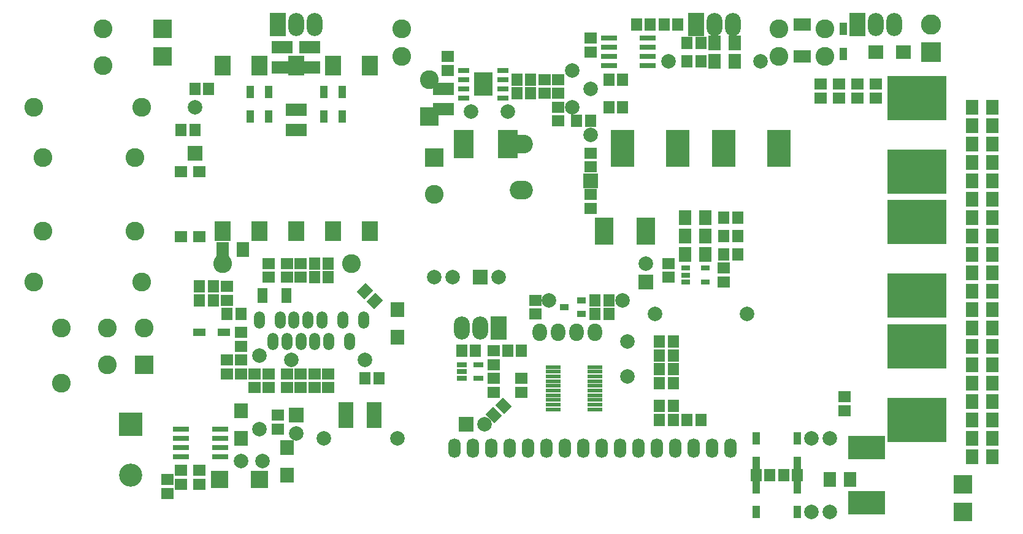
<source format=gbr>
G04 DipTrace 3.2.0.1*
G04 BottomMask.gbr*
%MOIN*%
G04 #@! TF.FileFunction,Soldermask,Bot*
G04 #@! TF.Part,Single*
%AMOUTLINE1*
4,1,4,
-0.044542,-0.002784,
0.002784,0.044542,
0.044542,0.002784,
-0.002784,-0.044542,
-0.044542,-0.002784,
0*%
%AMOUTLINE4*
4,1,4,
0.002784,-0.044542,
-0.044542,0.002784,
-0.002784,0.044542,
0.044542,-0.002784,
0.002784,-0.044542,
0*%
%ADD14C,0.07874*%
%ADD28R,0.094488X0.094488*%
%ADD45R,0.102362X0.102362*%
%ADD46C,0.102362*%
%ADD64R,0.07874X0.023622*%
%ADD75R,0.055118X0.031496*%
%ADD77R,0.086614X0.031496*%
%ADD78O,0.066929X0.106299*%
%ADD80R,0.051181X0.031496*%
%ADD82R,0.102362X0.129921*%
%ADD84R,0.059055X0.031496*%
%ADD86O,0.059055X0.094488*%
%ADD88R,0.204724X0.125984*%
%ADD90R,0.086614X0.110236*%
%ADD92R,0.055118X0.07874*%
%ADD94R,0.049213X0.033465*%
%ADD96O,0.07874X0.094488*%
%ADD98R,0.322835X0.244094*%
%ADD100R,0.125984X0.204724*%
%ADD102C,0.07874*%
%ADD104R,0.102362X0.145669*%
%ADD106O,0.125984X0.102362*%
%ADD108C,0.110236*%
%ADD109R,0.110236X0.110236*%
%ADD110R,0.093701X0.071654*%
%ADD112R,0.081496X0.073622*%
%ADD114R,0.03937X0.070866*%
%ADD116R,0.107874X0.157874*%
%ADD118R,0.070866X0.03937*%
%ADD120R,0.086614X0.125984*%
%ADD122O,0.086614X0.125984*%
%ADD124R,0.073622X0.081496*%
%ADD126R,0.07874X0.07874*%
%ADD127C,0.102362*%
%ADD130C,0.125984*%
%ADD132R,0.125984X0.125984*%
%ADD133R,0.114173X0.070866*%
%ADD135R,0.070866X0.07874*%
%ADD138R,0.082677X0.141732*%
%ADD140R,0.066929X0.059055*%
%ADD142R,0.059055X0.066929*%
%ADD148OUTLINE1*%
%ADD151OUTLINE4*%
%FSLAX26Y26*%
G04*
G70*
G90*
G75*
G01*
G04 BotMask*
%LPD*%
D148*
X2293701Y1718701D3*
X2346595Y1665807D3*
D142*
X3518701Y2643701D3*
X3443898D3*
D140*
X1768701Y1793701D3*
Y1868504D3*
D14*
X2868701Y2693701D3*
X3068701D3*
D138*
X2343701Y1043701D3*
X2190157D3*
D45*
X2643695Y2668708D3*
D46*
Y2868708D3*
D140*
X1543701Y1268701D3*
Y1343504D3*
D46*
X493701Y2718701D3*
X1081199D3*
X493701Y1768701D3*
X1081199D3*
D135*
X1518701Y1943701D3*
X1628937D3*
D140*
X1768701Y1268701D3*
Y1193898D3*
D142*
X3893701Y1218701D3*
X3968504D3*
D133*
X1993701Y3043701D3*
Y2933465D3*
D142*
X3118701Y2868701D3*
X3193504D3*
D132*
X1018701Y993681D3*
D130*
Y718720D3*
D140*
X1868701Y1268701D3*
Y1193898D3*
D45*
X2668706Y2443694D3*
D46*
Y2243694D3*
D126*
X3818701Y1768705D3*
D14*
Y1868705D3*
D127*
X2218701Y1868701D3*
X1518701D3*
D140*
X1868701Y1793701D3*
Y1868504D3*
X2018701Y1268701D3*
Y1193898D3*
X1943701Y1793701D3*
Y1868504D3*
D133*
X2718701Y2818701D3*
Y2708465D3*
D140*
X3343701Y2868701D3*
Y2793898D3*
D142*
X4243701Y1918701D3*
X4318504D3*
X4243701Y2118701D3*
X4318504D3*
D133*
X1843701Y3043701D3*
Y2933465D3*
D142*
X3893701Y1093701D3*
X3968504D3*
X4243701Y2018701D3*
X4318504D3*
D140*
X1543701Y1668701D3*
Y1743504D3*
X3943701Y1868701D3*
Y1793898D3*
X1393701Y743701D3*
Y668898D3*
D28*
X1718701Y693701D3*
X1502677D3*
D126*
X1918701Y1043696D3*
D14*
Y943696D3*
D140*
X2993701Y1318701D3*
Y1393504D3*
D126*
X2918705Y1793701D3*
D14*
X3018705D3*
D133*
X1918701Y2593701D3*
Y2703937D3*
D142*
X2818701Y1393701D3*
X2893504D3*
D140*
X3143701Y1243701D3*
Y1168898D3*
X2993701Y1243701D3*
Y1168898D3*
D142*
X3893701Y1443701D3*
X3968504D3*
X3893701Y1368701D3*
X3968504D3*
D140*
X4768701Y2843701D3*
Y2768898D3*
X4868701Y2843701D3*
Y2768898D3*
D142*
X4043701Y2968701D3*
X4118504D3*
D140*
X5068701Y2843701D3*
Y2768898D3*
D135*
X4928937Y693701D3*
X4818701D3*
D140*
X4968701Y2843701D3*
Y2768898D3*
D142*
X4043701Y3068701D3*
X4118504D3*
X3693701Y2718701D3*
X3618898D3*
D135*
X5593701Y2318701D3*
X5703937D3*
X5593701Y2218701D3*
X5703937D3*
X5593701Y2618701D3*
X5703937D3*
X5593701Y2118701D3*
X5703937D3*
X5593701Y1818701D3*
X5703937D3*
X5593701Y1718701D3*
X5703937D3*
X5593701Y1418701D3*
X5703937D3*
X5593701Y2018701D3*
X5703937D3*
X5593701Y818701D3*
X5703937D3*
X5593701Y1018701D3*
X5703937D3*
X5593701Y1218701D3*
X5703937D3*
X4193701Y3068701D3*
X4303937D3*
D142*
X3143701Y1393701D3*
X3068898D3*
X3693701Y2868701D3*
X3618898D3*
D135*
X5593701Y2418701D3*
X5703937D3*
X5593701Y2518701D3*
X5703937D3*
X5593701Y2718701D3*
X5703937D3*
X5593701Y1518701D3*
X5703937D3*
X5593701Y1918701D3*
X5703937D3*
X5593701Y1618701D3*
X5703937D3*
X5593701Y1318701D3*
X5703937D3*
X5593701Y918701D3*
X5703937D3*
X5593701Y1118701D3*
X5703937D3*
X4193701Y2968701D3*
X4303937D3*
D142*
X4493701Y718701D3*
X4418898D3*
X3618701Y1593701D3*
X3543898D3*
D124*
X2468701Y1618701D3*
Y1468701D3*
D126*
X3518701Y2318701D3*
D14*
Y2568701D3*
D122*
X1918701Y3168701D3*
X2018701D3*
D120*
X1818701D3*
D127*
X893701Y1518701D3*
X1093701D3*
D45*
Y1318701D3*
D127*
X893701D3*
D118*
X1393701Y1493701D3*
X1527559D3*
D116*
X3068701Y2518701D3*
X2829331D3*
D126*
X1368701Y2468701D3*
D14*
Y2718701D3*
D124*
X1868701Y718701D3*
Y868701D3*
D114*
X1668701Y2802559D3*
Y2668701D3*
D124*
X1618701Y918701D3*
Y1068701D3*
D114*
X2168701Y2802559D3*
Y2668701D3*
X2068701D3*
Y2802559D3*
D126*
X2843701Y993701D3*
D14*
X2943701D3*
D114*
X1768701Y2668701D3*
Y2802559D3*
D112*
X5218701Y3018701D3*
X5068701D3*
D114*
X4643701Y918701D3*
Y784843D3*
Y652559D3*
Y518701D3*
D110*
X4668701Y2993701D3*
Y3168701D3*
D109*
X5368701Y3018552D3*
D108*
Y3168552D3*
D114*
X4893701Y3143701D3*
Y3009843D3*
X4418701Y784843D3*
Y918701D3*
Y518701D3*
Y652559D3*
D46*
X868701Y2943701D3*
Y3143701D3*
D45*
X1193701D3*
Y2993701D3*
X5543701Y518701D3*
Y668701D3*
D106*
X3143701Y2518701D3*
Y2268701D3*
D104*
X3593701Y2043701D3*
X3818701D3*
D46*
X543701Y2443701D3*
X1043701D3*
X543701Y2043701D3*
X1043701D3*
D102*
X2668701Y1793701D3*
X2768701D3*
X1618701Y793701D3*
X1737499D3*
D100*
X4243701Y2493701D3*
X4543701D3*
X3693701D3*
X3993701D3*
D102*
X3943701Y2968701D3*
X4443701D3*
D98*
X5293701Y2368701D3*
Y2768701D3*
Y1693701D3*
Y2093701D3*
Y1018701D3*
Y1418701D3*
D102*
X3868701Y1593701D3*
X4368701D3*
D96*
X3543701Y1493701D3*
X3443701D3*
X3343701D3*
X3243701D3*
D122*
X4193701Y3168701D3*
X4293701D3*
D120*
X4093701D3*
D122*
X5068701D3*
X5168701D3*
D120*
X4968701D3*
D94*
X3468701Y1668701D3*
Y1593898D3*
X3378150Y1631299D3*
D142*
X2293701Y1243701D3*
X2368504D3*
D14*
X2468701Y918701D3*
X2068701D3*
D140*
X3518701Y2393701D3*
Y2468504D3*
D14*
X1718701Y1368701D3*
Y968701D3*
X2293701Y1343701D3*
X1893701D3*
D140*
X3343701Y2643701D3*
Y2718504D3*
X3518701Y2243701D3*
Y2168898D3*
D135*
X4033465Y2118701D3*
X4143701D3*
X4033465Y1918701D3*
X4143701D3*
D142*
X1368701Y2818701D3*
X1443504D3*
D140*
X1618701Y1343701D3*
Y1268898D3*
D135*
X4033465Y2018701D3*
X4143701D3*
D140*
X1943701Y1268701D3*
Y1193898D3*
D142*
X2018701Y1793701D3*
X2093504D3*
D92*
X1737451Y1693701D3*
X1866388D3*
D140*
X1693701Y1268701D3*
Y1193898D3*
D46*
X2493701Y3143701D3*
Y2993701D3*
D142*
X1368701Y2593701D3*
X1293898D3*
D140*
X4243701Y1768701D3*
Y1843504D3*
D142*
X1468504Y1668701D3*
X1393701D3*
D140*
X1618701Y1418701D3*
Y1493504D3*
D142*
X1468701Y1743701D3*
X1393898D3*
X1543701Y1593701D3*
X1618504D3*
D140*
X2093701Y1268701D3*
Y1193898D3*
D142*
X2018701Y1868701D3*
X2093504D3*
D140*
X3268701Y2868701D3*
Y2793898D3*
D142*
X3193701Y2793701D3*
X3118898D3*
D140*
X2743701Y2918701D3*
Y2993504D3*
D142*
X3968701Y1293701D3*
X3893898D3*
X3968504Y1018701D3*
X3893701D3*
D140*
X1218701Y618701D3*
Y693504D3*
X1293701Y668701D3*
Y743504D3*
X1818701Y1043504D3*
Y968701D3*
D151*
X2993701Y1043701D3*
X3046595Y1096595D3*
D142*
X4043898Y1018701D3*
X4118701D3*
X3768701Y3168701D3*
X3843504D3*
D140*
X4899950Y1068701D3*
Y1143504D3*
X3218701Y1668701D3*
Y1593898D3*
D142*
X3918701Y3168701D3*
X3993504D3*
X4568701Y718701D3*
X4643504D3*
D14*
X3693701Y1668701D3*
X3293701D3*
D46*
X4543701Y3143701D3*
Y2993701D3*
D140*
X3518701Y3093701D3*
Y3018898D3*
D142*
X3618701Y1668701D3*
X3543898D3*
D46*
X4793701Y2993700D3*
Y3143700D3*
X643701Y1218701D3*
Y1518701D3*
D90*
X2318701Y2043701D3*
X2118701D3*
X1918701D3*
X1718701D3*
X1518701D3*
X2318701Y2943701D3*
X2118701D3*
X1918701D3*
X1718701D3*
X1518701D3*
D14*
X4718701Y518701D3*
X4818701D3*
D88*
X5018701Y868701D3*
Y568701D3*
D14*
X4718701Y918701D3*
X4818701D3*
D86*
X1793699Y1443701D3*
X1869685D3*
X1945668D3*
X2021651D3*
X2097635D3*
X2211122D3*
X2287105Y1561811D3*
X2173621D3*
X2060135D3*
X1984151D3*
X1908168D3*
X1832185D3*
X1718699D3*
D84*
X2831102Y2768701D3*
Y2818699D3*
Y2868699D3*
Y2918701D3*
X3043701Y2918699D3*
Y2868701D3*
Y2818699D3*
Y2768701D3*
D82*
X2937402Y2843701D3*
D80*
X4037362Y1768898D3*
Y1806299D3*
Y1843701D3*
X4143661D3*
Y1768898D3*
D78*
X4279524Y866043D3*
X4179524D3*
X4079524D3*
X3979524D3*
X3879524D3*
X3779524D3*
X3679524D3*
X3579524D3*
X3479524D3*
X3379524D3*
X3279524D3*
X3179524D3*
X3079524D3*
X2979524D3*
X2879524D3*
X2779524D3*
D77*
X1293701Y818701D3*
Y868701D3*
Y918701D3*
Y968701D3*
X1506299D3*
Y918701D3*
Y868701D3*
Y818701D3*
D122*
X2918701Y1518701D3*
X2818701D3*
D120*
X3018701D3*
D75*
X2818701Y1243701D3*
Y1281102D3*
Y1318504D3*
X2909252D3*
Y1243701D3*
D64*
X3543701Y1306201D3*
Y1280610D3*
Y1255020D3*
Y1229429D3*
Y1203839D3*
Y1178248D3*
Y1152657D3*
Y1127067D3*
Y1101476D3*
Y1075886D3*
X3315346D3*
X3315354Y1101476D3*
Y1127067D3*
Y1152657D3*
Y1178248D3*
Y1203839D3*
Y1229429D3*
Y1255020D3*
Y1280610D3*
Y1306201D3*
D77*
X3618701Y2943701D3*
Y2993701D3*
Y3043701D3*
Y3093701D3*
X3831299D3*
Y3043701D3*
Y2993701D3*
Y2943701D3*
D140*
X1293701Y2368701D3*
X1393701D3*
Y2014370D3*
X1293701D3*
D14*
X3418701Y2718701D3*
X3518701Y2818701D3*
X3418701Y2918701D3*
X3718701Y1443701D3*
Y1253701D3*
M02*

</source>
